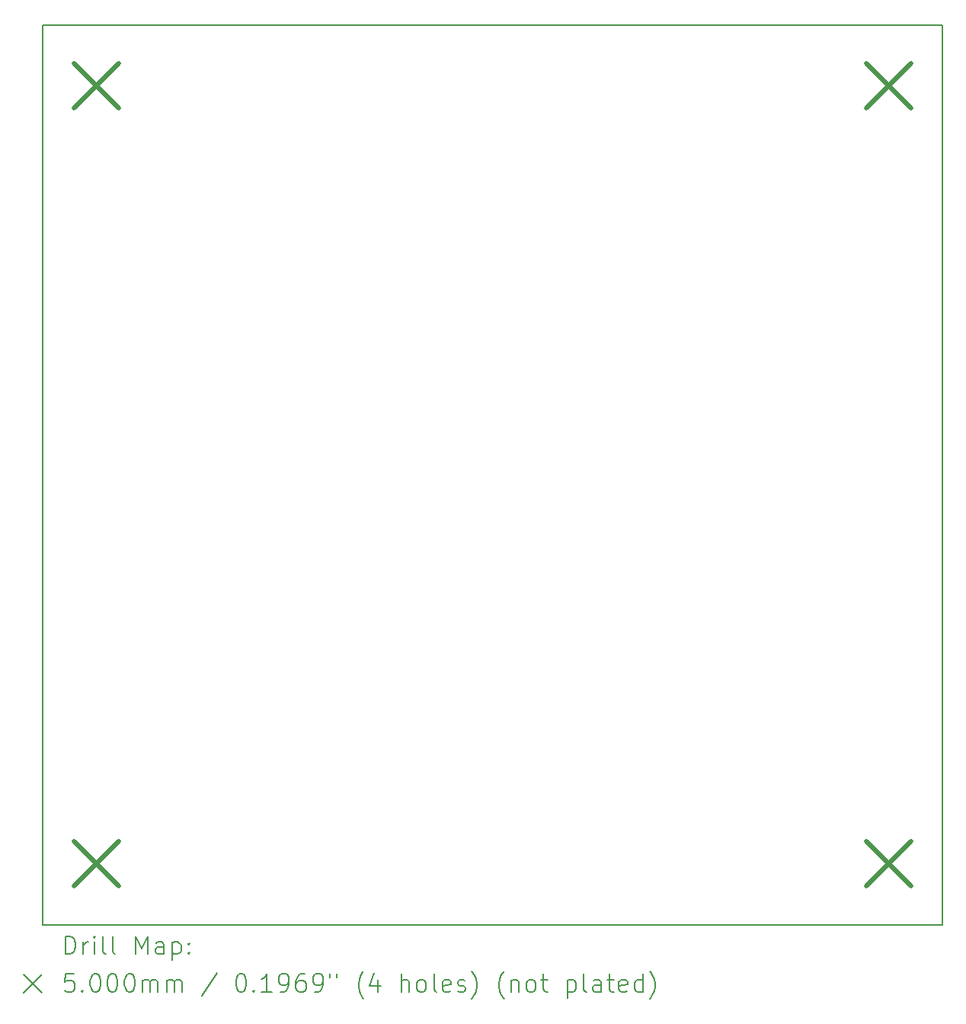
<source format=gbr>
%TF.GenerationSoftware,KiCad,Pcbnew,8.0.0*%
%TF.CreationDate,2024-04-09T16:31:28-05:00*%
%TF.ProjectId,MainBoardv2,4d61696e-426f-4617-9264-76322e6b6963,rev?*%
%TF.SameCoordinates,Original*%
%TF.FileFunction,Drillmap*%
%TF.FilePolarity,Positive*%
%FSLAX45Y45*%
G04 Gerber Fmt 4.5, Leading zero omitted, Abs format (unit mm)*
G04 Created by KiCad (PCBNEW 8.0.0) date 2024-04-09 16:31:28*
%MOMM*%
%LPD*%
G01*
G04 APERTURE LIST*
%ADD10C,0.200000*%
%ADD11C,0.500000*%
G04 APERTURE END LIST*
D10*
X9076500Y-4657000D02*
X19076500Y-4657000D01*
X19076500Y-14657000D01*
X9076500Y-14657000D01*
X9076500Y-4657000D01*
D11*
X9425000Y-5075000D02*
X9925000Y-5575000D01*
X9925000Y-5075000D02*
X9425000Y-5575000D01*
X9425000Y-13725000D02*
X9925000Y-14225000D01*
X9925000Y-13725000D02*
X9425000Y-14225000D01*
X18225000Y-5075000D02*
X18725000Y-5575000D01*
X18725000Y-5075000D02*
X18225000Y-5575000D01*
X18225000Y-13725000D02*
X18725000Y-14225000D01*
X18725000Y-13725000D02*
X18225000Y-14225000D01*
D10*
X9327277Y-14978484D02*
X9327277Y-14778484D01*
X9327277Y-14778484D02*
X9374896Y-14778484D01*
X9374896Y-14778484D02*
X9403467Y-14788008D01*
X9403467Y-14788008D02*
X9422515Y-14807055D01*
X9422515Y-14807055D02*
X9432039Y-14826103D01*
X9432039Y-14826103D02*
X9441563Y-14864198D01*
X9441563Y-14864198D02*
X9441563Y-14892769D01*
X9441563Y-14892769D02*
X9432039Y-14930865D01*
X9432039Y-14930865D02*
X9422515Y-14949912D01*
X9422515Y-14949912D02*
X9403467Y-14968960D01*
X9403467Y-14968960D02*
X9374896Y-14978484D01*
X9374896Y-14978484D02*
X9327277Y-14978484D01*
X9527277Y-14978484D02*
X9527277Y-14845150D01*
X9527277Y-14883246D02*
X9536801Y-14864198D01*
X9536801Y-14864198D02*
X9546324Y-14854674D01*
X9546324Y-14854674D02*
X9565372Y-14845150D01*
X9565372Y-14845150D02*
X9584420Y-14845150D01*
X9651086Y-14978484D02*
X9651086Y-14845150D01*
X9651086Y-14778484D02*
X9641563Y-14788008D01*
X9641563Y-14788008D02*
X9651086Y-14797531D01*
X9651086Y-14797531D02*
X9660610Y-14788008D01*
X9660610Y-14788008D02*
X9651086Y-14778484D01*
X9651086Y-14778484D02*
X9651086Y-14797531D01*
X9774896Y-14978484D02*
X9755848Y-14968960D01*
X9755848Y-14968960D02*
X9746324Y-14949912D01*
X9746324Y-14949912D02*
X9746324Y-14778484D01*
X9879658Y-14978484D02*
X9860610Y-14968960D01*
X9860610Y-14968960D02*
X9851086Y-14949912D01*
X9851086Y-14949912D02*
X9851086Y-14778484D01*
X10108229Y-14978484D02*
X10108229Y-14778484D01*
X10108229Y-14778484D02*
X10174896Y-14921341D01*
X10174896Y-14921341D02*
X10241563Y-14778484D01*
X10241563Y-14778484D02*
X10241563Y-14978484D01*
X10422515Y-14978484D02*
X10422515Y-14873722D01*
X10422515Y-14873722D02*
X10412991Y-14854674D01*
X10412991Y-14854674D02*
X10393944Y-14845150D01*
X10393944Y-14845150D02*
X10355848Y-14845150D01*
X10355848Y-14845150D02*
X10336801Y-14854674D01*
X10422515Y-14968960D02*
X10403467Y-14978484D01*
X10403467Y-14978484D02*
X10355848Y-14978484D01*
X10355848Y-14978484D02*
X10336801Y-14968960D01*
X10336801Y-14968960D02*
X10327277Y-14949912D01*
X10327277Y-14949912D02*
X10327277Y-14930865D01*
X10327277Y-14930865D02*
X10336801Y-14911817D01*
X10336801Y-14911817D02*
X10355848Y-14902293D01*
X10355848Y-14902293D02*
X10403467Y-14902293D01*
X10403467Y-14902293D02*
X10422515Y-14892769D01*
X10517753Y-14845150D02*
X10517753Y-15045150D01*
X10517753Y-14854674D02*
X10536801Y-14845150D01*
X10536801Y-14845150D02*
X10574896Y-14845150D01*
X10574896Y-14845150D02*
X10593944Y-14854674D01*
X10593944Y-14854674D02*
X10603467Y-14864198D01*
X10603467Y-14864198D02*
X10612991Y-14883246D01*
X10612991Y-14883246D02*
X10612991Y-14940388D01*
X10612991Y-14940388D02*
X10603467Y-14959436D01*
X10603467Y-14959436D02*
X10593944Y-14968960D01*
X10593944Y-14968960D02*
X10574896Y-14978484D01*
X10574896Y-14978484D02*
X10536801Y-14978484D01*
X10536801Y-14978484D02*
X10517753Y-14968960D01*
X10698705Y-14959436D02*
X10708229Y-14968960D01*
X10708229Y-14968960D02*
X10698705Y-14978484D01*
X10698705Y-14978484D02*
X10689182Y-14968960D01*
X10689182Y-14968960D02*
X10698705Y-14959436D01*
X10698705Y-14959436D02*
X10698705Y-14978484D01*
X10698705Y-14854674D02*
X10708229Y-14864198D01*
X10708229Y-14864198D02*
X10698705Y-14873722D01*
X10698705Y-14873722D02*
X10689182Y-14864198D01*
X10689182Y-14864198D02*
X10698705Y-14854674D01*
X10698705Y-14854674D02*
X10698705Y-14873722D01*
X8866500Y-15207000D02*
X9066500Y-15407000D01*
X9066500Y-15207000D02*
X8866500Y-15407000D01*
X9422515Y-15198484D02*
X9327277Y-15198484D01*
X9327277Y-15198484D02*
X9317753Y-15293722D01*
X9317753Y-15293722D02*
X9327277Y-15284198D01*
X9327277Y-15284198D02*
X9346324Y-15274674D01*
X9346324Y-15274674D02*
X9393944Y-15274674D01*
X9393944Y-15274674D02*
X9412991Y-15284198D01*
X9412991Y-15284198D02*
X9422515Y-15293722D01*
X9422515Y-15293722D02*
X9432039Y-15312769D01*
X9432039Y-15312769D02*
X9432039Y-15360388D01*
X9432039Y-15360388D02*
X9422515Y-15379436D01*
X9422515Y-15379436D02*
X9412991Y-15388960D01*
X9412991Y-15388960D02*
X9393944Y-15398484D01*
X9393944Y-15398484D02*
X9346324Y-15398484D01*
X9346324Y-15398484D02*
X9327277Y-15388960D01*
X9327277Y-15388960D02*
X9317753Y-15379436D01*
X9517753Y-15379436D02*
X9527277Y-15388960D01*
X9527277Y-15388960D02*
X9517753Y-15398484D01*
X9517753Y-15398484D02*
X9508229Y-15388960D01*
X9508229Y-15388960D02*
X9517753Y-15379436D01*
X9517753Y-15379436D02*
X9517753Y-15398484D01*
X9651086Y-15198484D02*
X9670134Y-15198484D01*
X9670134Y-15198484D02*
X9689182Y-15208008D01*
X9689182Y-15208008D02*
X9698705Y-15217531D01*
X9698705Y-15217531D02*
X9708229Y-15236579D01*
X9708229Y-15236579D02*
X9717753Y-15274674D01*
X9717753Y-15274674D02*
X9717753Y-15322293D01*
X9717753Y-15322293D02*
X9708229Y-15360388D01*
X9708229Y-15360388D02*
X9698705Y-15379436D01*
X9698705Y-15379436D02*
X9689182Y-15388960D01*
X9689182Y-15388960D02*
X9670134Y-15398484D01*
X9670134Y-15398484D02*
X9651086Y-15398484D01*
X9651086Y-15398484D02*
X9632039Y-15388960D01*
X9632039Y-15388960D02*
X9622515Y-15379436D01*
X9622515Y-15379436D02*
X9612991Y-15360388D01*
X9612991Y-15360388D02*
X9603467Y-15322293D01*
X9603467Y-15322293D02*
X9603467Y-15274674D01*
X9603467Y-15274674D02*
X9612991Y-15236579D01*
X9612991Y-15236579D02*
X9622515Y-15217531D01*
X9622515Y-15217531D02*
X9632039Y-15208008D01*
X9632039Y-15208008D02*
X9651086Y-15198484D01*
X9841563Y-15198484D02*
X9860610Y-15198484D01*
X9860610Y-15198484D02*
X9879658Y-15208008D01*
X9879658Y-15208008D02*
X9889182Y-15217531D01*
X9889182Y-15217531D02*
X9898705Y-15236579D01*
X9898705Y-15236579D02*
X9908229Y-15274674D01*
X9908229Y-15274674D02*
X9908229Y-15322293D01*
X9908229Y-15322293D02*
X9898705Y-15360388D01*
X9898705Y-15360388D02*
X9889182Y-15379436D01*
X9889182Y-15379436D02*
X9879658Y-15388960D01*
X9879658Y-15388960D02*
X9860610Y-15398484D01*
X9860610Y-15398484D02*
X9841563Y-15398484D01*
X9841563Y-15398484D02*
X9822515Y-15388960D01*
X9822515Y-15388960D02*
X9812991Y-15379436D01*
X9812991Y-15379436D02*
X9803467Y-15360388D01*
X9803467Y-15360388D02*
X9793944Y-15322293D01*
X9793944Y-15322293D02*
X9793944Y-15274674D01*
X9793944Y-15274674D02*
X9803467Y-15236579D01*
X9803467Y-15236579D02*
X9812991Y-15217531D01*
X9812991Y-15217531D02*
X9822515Y-15208008D01*
X9822515Y-15208008D02*
X9841563Y-15198484D01*
X10032039Y-15198484D02*
X10051086Y-15198484D01*
X10051086Y-15198484D02*
X10070134Y-15208008D01*
X10070134Y-15208008D02*
X10079658Y-15217531D01*
X10079658Y-15217531D02*
X10089182Y-15236579D01*
X10089182Y-15236579D02*
X10098705Y-15274674D01*
X10098705Y-15274674D02*
X10098705Y-15322293D01*
X10098705Y-15322293D02*
X10089182Y-15360388D01*
X10089182Y-15360388D02*
X10079658Y-15379436D01*
X10079658Y-15379436D02*
X10070134Y-15388960D01*
X10070134Y-15388960D02*
X10051086Y-15398484D01*
X10051086Y-15398484D02*
X10032039Y-15398484D01*
X10032039Y-15398484D02*
X10012991Y-15388960D01*
X10012991Y-15388960D02*
X10003467Y-15379436D01*
X10003467Y-15379436D02*
X9993944Y-15360388D01*
X9993944Y-15360388D02*
X9984420Y-15322293D01*
X9984420Y-15322293D02*
X9984420Y-15274674D01*
X9984420Y-15274674D02*
X9993944Y-15236579D01*
X9993944Y-15236579D02*
X10003467Y-15217531D01*
X10003467Y-15217531D02*
X10012991Y-15208008D01*
X10012991Y-15208008D02*
X10032039Y-15198484D01*
X10184420Y-15398484D02*
X10184420Y-15265150D01*
X10184420Y-15284198D02*
X10193944Y-15274674D01*
X10193944Y-15274674D02*
X10212991Y-15265150D01*
X10212991Y-15265150D02*
X10241563Y-15265150D01*
X10241563Y-15265150D02*
X10260610Y-15274674D01*
X10260610Y-15274674D02*
X10270134Y-15293722D01*
X10270134Y-15293722D02*
X10270134Y-15398484D01*
X10270134Y-15293722D02*
X10279658Y-15274674D01*
X10279658Y-15274674D02*
X10298705Y-15265150D01*
X10298705Y-15265150D02*
X10327277Y-15265150D01*
X10327277Y-15265150D02*
X10346325Y-15274674D01*
X10346325Y-15274674D02*
X10355848Y-15293722D01*
X10355848Y-15293722D02*
X10355848Y-15398484D01*
X10451086Y-15398484D02*
X10451086Y-15265150D01*
X10451086Y-15284198D02*
X10460610Y-15274674D01*
X10460610Y-15274674D02*
X10479658Y-15265150D01*
X10479658Y-15265150D02*
X10508229Y-15265150D01*
X10508229Y-15265150D02*
X10527277Y-15274674D01*
X10527277Y-15274674D02*
X10536801Y-15293722D01*
X10536801Y-15293722D02*
X10536801Y-15398484D01*
X10536801Y-15293722D02*
X10546325Y-15274674D01*
X10546325Y-15274674D02*
X10565372Y-15265150D01*
X10565372Y-15265150D02*
X10593944Y-15265150D01*
X10593944Y-15265150D02*
X10612991Y-15274674D01*
X10612991Y-15274674D02*
X10622515Y-15293722D01*
X10622515Y-15293722D02*
X10622515Y-15398484D01*
X11012991Y-15188960D02*
X10841563Y-15446103D01*
X11270134Y-15198484D02*
X11289182Y-15198484D01*
X11289182Y-15198484D02*
X11308229Y-15208008D01*
X11308229Y-15208008D02*
X11317753Y-15217531D01*
X11317753Y-15217531D02*
X11327277Y-15236579D01*
X11327277Y-15236579D02*
X11336801Y-15274674D01*
X11336801Y-15274674D02*
X11336801Y-15322293D01*
X11336801Y-15322293D02*
X11327277Y-15360388D01*
X11327277Y-15360388D02*
X11317753Y-15379436D01*
X11317753Y-15379436D02*
X11308229Y-15388960D01*
X11308229Y-15388960D02*
X11289182Y-15398484D01*
X11289182Y-15398484D02*
X11270134Y-15398484D01*
X11270134Y-15398484D02*
X11251086Y-15388960D01*
X11251086Y-15388960D02*
X11241563Y-15379436D01*
X11241563Y-15379436D02*
X11232039Y-15360388D01*
X11232039Y-15360388D02*
X11222515Y-15322293D01*
X11222515Y-15322293D02*
X11222515Y-15274674D01*
X11222515Y-15274674D02*
X11232039Y-15236579D01*
X11232039Y-15236579D02*
X11241563Y-15217531D01*
X11241563Y-15217531D02*
X11251086Y-15208008D01*
X11251086Y-15208008D02*
X11270134Y-15198484D01*
X11422515Y-15379436D02*
X11432039Y-15388960D01*
X11432039Y-15388960D02*
X11422515Y-15398484D01*
X11422515Y-15398484D02*
X11412991Y-15388960D01*
X11412991Y-15388960D02*
X11422515Y-15379436D01*
X11422515Y-15379436D02*
X11422515Y-15398484D01*
X11622515Y-15398484D02*
X11508229Y-15398484D01*
X11565372Y-15398484D02*
X11565372Y-15198484D01*
X11565372Y-15198484D02*
X11546325Y-15227055D01*
X11546325Y-15227055D02*
X11527277Y-15246103D01*
X11527277Y-15246103D02*
X11508229Y-15255627D01*
X11717753Y-15398484D02*
X11755848Y-15398484D01*
X11755848Y-15398484D02*
X11774896Y-15388960D01*
X11774896Y-15388960D02*
X11784420Y-15379436D01*
X11784420Y-15379436D02*
X11803467Y-15350865D01*
X11803467Y-15350865D02*
X11812991Y-15312769D01*
X11812991Y-15312769D02*
X11812991Y-15236579D01*
X11812991Y-15236579D02*
X11803467Y-15217531D01*
X11803467Y-15217531D02*
X11793944Y-15208008D01*
X11793944Y-15208008D02*
X11774896Y-15198484D01*
X11774896Y-15198484D02*
X11736801Y-15198484D01*
X11736801Y-15198484D02*
X11717753Y-15208008D01*
X11717753Y-15208008D02*
X11708229Y-15217531D01*
X11708229Y-15217531D02*
X11698706Y-15236579D01*
X11698706Y-15236579D02*
X11698706Y-15284198D01*
X11698706Y-15284198D02*
X11708229Y-15303246D01*
X11708229Y-15303246D02*
X11717753Y-15312769D01*
X11717753Y-15312769D02*
X11736801Y-15322293D01*
X11736801Y-15322293D02*
X11774896Y-15322293D01*
X11774896Y-15322293D02*
X11793944Y-15312769D01*
X11793944Y-15312769D02*
X11803467Y-15303246D01*
X11803467Y-15303246D02*
X11812991Y-15284198D01*
X11984420Y-15198484D02*
X11946325Y-15198484D01*
X11946325Y-15198484D02*
X11927277Y-15208008D01*
X11927277Y-15208008D02*
X11917753Y-15217531D01*
X11917753Y-15217531D02*
X11898706Y-15246103D01*
X11898706Y-15246103D02*
X11889182Y-15284198D01*
X11889182Y-15284198D02*
X11889182Y-15360388D01*
X11889182Y-15360388D02*
X11898706Y-15379436D01*
X11898706Y-15379436D02*
X11908229Y-15388960D01*
X11908229Y-15388960D02*
X11927277Y-15398484D01*
X11927277Y-15398484D02*
X11965372Y-15398484D01*
X11965372Y-15398484D02*
X11984420Y-15388960D01*
X11984420Y-15388960D02*
X11993944Y-15379436D01*
X11993944Y-15379436D02*
X12003467Y-15360388D01*
X12003467Y-15360388D02*
X12003467Y-15312769D01*
X12003467Y-15312769D02*
X11993944Y-15293722D01*
X11993944Y-15293722D02*
X11984420Y-15284198D01*
X11984420Y-15284198D02*
X11965372Y-15274674D01*
X11965372Y-15274674D02*
X11927277Y-15274674D01*
X11927277Y-15274674D02*
X11908229Y-15284198D01*
X11908229Y-15284198D02*
X11898706Y-15293722D01*
X11898706Y-15293722D02*
X11889182Y-15312769D01*
X12098706Y-15398484D02*
X12136801Y-15398484D01*
X12136801Y-15398484D02*
X12155848Y-15388960D01*
X12155848Y-15388960D02*
X12165372Y-15379436D01*
X12165372Y-15379436D02*
X12184420Y-15350865D01*
X12184420Y-15350865D02*
X12193944Y-15312769D01*
X12193944Y-15312769D02*
X12193944Y-15236579D01*
X12193944Y-15236579D02*
X12184420Y-15217531D01*
X12184420Y-15217531D02*
X12174896Y-15208008D01*
X12174896Y-15208008D02*
X12155848Y-15198484D01*
X12155848Y-15198484D02*
X12117753Y-15198484D01*
X12117753Y-15198484D02*
X12098706Y-15208008D01*
X12098706Y-15208008D02*
X12089182Y-15217531D01*
X12089182Y-15217531D02*
X12079658Y-15236579D01*
X12079658Y-15236579D02*
X12079658Y-15284198D01*
X12079658Y-15284198D02*
X12089182Y-15303246D01*
X12089182Y-15303246D02*
X12098706Y-15312769D01*
X12098706Y-15312769D02*
X12117753Y-15322293D01*
X12117753Y-15322293D02*
X12155848Y-15322293D01*
X12155848Y-15322293D02*
X12174896Y-15312769D01*
X12174896Y-15312769D02*
X12184420Y-15303246D01*
X12184420Y-15303246D02*
X12193944Y-15284198D01*
X12270134Y-15198484D02*
X12270134Y-15236579D01*
X12346325Y-15198484D02*
X12346325Y-15236579D01*
X12641563Y-15474674D02*
X12632039Y-15465150D01*
X12632039Y-15465150D02*
X12612991Y-15436579D01*
X12612991Y-15436579D02*
X12603468Y-15417531D01*
X12603468Y-15417531D02*
X12593944Y-15388960D01*
X12593944Y-15388960D02*
X12584420Y-15341341D01*
X12584420Y-15341341D02*
X12584420Y-15303246D01*
X12584420Y-15303246D02*
X12593944Y-15255627D01*
X12593944Y-15255627D02*
X12603468Y-15227055D01*
X12603468Y-15227055D02*
X12612991Y-15208008D01*
X12612991Y-15208008D02*
X12632039Y-15179436D01*
X12632039Y-15179436D02*
X12641563Y-15169912D01*
X12803468Y-15265150D02*
X12803468Y-15398484D01*
X12755848Y-15188960D02*
X12708229Y-15331817D01*
X12708229Y-15331817D02*
X12832039Y-15331817D01*
X13060610Y-15398484D02*
X13060610Y-15198484D01*
X13146325Y-15398484D02*
X13146325Y-15293722D01*
X13146325Y-15293722D02*
X13136801Y-15274674D01*
X13136801Y-15274674D02*
X13117753Y-15265150D01*
X13117753Y-15265150D02*
X13089182Y-15265150D01*
X13089182Y-15265150D02*
X13070134Y-15274674D01*
X13070134Y-15274674D02*
X13060610Y-15284198D01*
X13270134Y-15398484D02*
X13251087Y-15388960D01*
X13251087Y-15388960D02*
X13241563Y-15379436D01*
X13241563Y-15379436D02*
X13232039Y-15360388D01*
X13232039Y-15360388D02*
X13232039Y-15303246D01*
X13232039Y-15303246D02*
X13241563Y-15284198D01*
X13241563Y-15284198D02*
X13251087Y-15274674D01*
X13251087Y-15274674D02*
X13270134Y-15265150D01*
X13270134Y-15265150D02*
X13298706Y-15265150D01*
X13298706Y-15265150D02*
X13317753Y-15274674D01*
X13317753Y-15274674D02*
X13327277Y-15284198D01*
X13327277Y-15284198D02*
X13336801Y-15303246D01*
X13336801Y-15303246D02*
X13336801Y-15360388D01*
X13336801Y-15360388D02*
X13327277Y-15379436D01*
X13327277Y-15379436D02*
X13317753Y-15388960D01*
X13317753Y-15388960D02*
X13298706Y-15398484D01*
X13298706Y-15398484D02*
X13270134Y-15398484D01*
X13451087Y-15398484D02*
X13432039Y-15388960D01*
X13432039Y-15388960D02*
X13422515Y-15369912D01*
X13422515Y-15369912D02*
X13422515Y-15198484D01*
X13603468Y-15388960D02*
X13584420Y-15398484D01*
X13584420Y-15398484D02*
X13546325Y-15398484D01*
X13546325Y-15398484D02*
X13527277Y-15388960D01*
X13527277Y-15388960D02*
X13517753Y-15369912D01*
X13517753Y-15369912D02*
X13517753Y-15293722D01*
X13517753Y-15293722D02*
X13527277Y-15274674D01*
X13527277Y-15274674D02*
X13546325Y-15265150D01*
X13546325Y-15265150D02*
X13584420Y-15265150D01*
X13584420Y-15265150D02*
X13603468Y-15274674D01*
X13603468Y-15274674D02*
X13612991Y-15293722D01*
X13612991Y-15293722D02*
X13612991Y-15312769D01*
X13612991Y-15312769D02*
X13517753Y-15331817D01*
X13689182Y-15388960D02*
X13708230Y-15398484D01*
X13708230Y-15398484D02*
X13746325Y-15398484D01*
X13746325Y-15398484D02*
X13765372Y-15388960D01*
X13765372Y-15388960D02*
X13774896Y-15369912D01*
X13774896Y-15369912D02*
X13774896Y-15360388D01*
X13774896Y-15360388D02*
X13765372Y-15341341D01*
X13765372Y-15341341D02*
X13746325Y-15331817D01*
X13746325Y-15331817D02*
X13717753Y-15331817D01*
X13717753Y-15331817D02*
X13698706Y-15322293D01*
X13698706Y-15322293D02*
X13689182Y-15303246D01*
X13689182Y-15303246D02*
X13689182Y-15293722D01*
X13689182Y-15293722D02*
X13698706Y-15274674D01*
X13698706Y-15274674D02*
X13717753Y-15265150D01*
X13717753Y-15265150D02*
X13746325Y-15265150D01*
X13746325Y-15265150D02*
X13765372Y-15274674D01*
X13841563Y-15474674D02*
X13851087Y-15465150D01*
X13851087Y-15465150D02*
X13870134Y-15436579D01*
X13870134Y-15436579D02*
X13879658Y-15417531D01*
X13879658Y-15417531D02*
X13889182Y-15388960D01*
X13889182Y-15388960D02*
X13898706Y-15341341D01*
X13898706Y-15341341D02*
X13898706Y-15303246D01*
X13898706Y-15303246D02*
X13889182Y-15255627D01*
X13889182Y-15255627D02*
X13879658Y-15227055D01*
X13879658Y-15227055D02*
X13870134Y-15208008D01*
X13870134Y-15208008D02*
X13851087Y-15179436D01*
X13851087Y-15179436D02*
X13841563Y-15169912D01*
X14203468Y-15474674D02*
X14193944Y-15465150D01*
X14193944Y-15465150D02*
X14174896Y-15436579D01*
X14174896Y-15436579D02*
X14165372Y-15417531D01*
X14165372Y-15417531D02*
X14155849Y-15388960D01*
X14155849Y-15388960D02*
X14146325Y-15341341D01*
X14146325Y-15341341D02*
X14146325Y-15303246D01*
X14146325Y-15303246D02*
X14155849Y-15255627D01*
X14155849Y-15255627D02*
X14165372Y-15227055D01*
X14165372Y-15227055D02*
X14174896Y-15208008D01*
X14174896Y-15208008D02*
X14193944Y-15179436D01*
X14193944Y-15179436D02*
X14203468Y-15169912D01*
X14279658Y-15265150D02*
X14279658Y-15398484D01*
X14279658Y-15284198D02*
X14289182Y-15274674D01*
X14289182Y-15274674D02*
X14308230Y-15265150D01*
X14308230Y-15265150D02*
X14336801Y-15265150D01*
X14336801Y-15265150D02*
X14355849Y-15274674D01*
X14355849Y-15274674D02*
X14365372Y-15293722D01*
X14365372Y-15293722D02*
X14365372Y-15398484D01*
X14489182Y-15398484D02*
X14470134Y-15388960D01*
X14470134Y-15388960D02*
X14460611Y-15379436D01*
X14460611Y-15379436D02*
X14451087Y-15360388D01*
X14451087Y-15360388D02*
X14451087Y-15303246D01*
X14451087Y-15303246D02*
X14460611Y-15284198D01*
X14460611Y-15284198D02*
X14470134Y-15274674D01*
X14470134Y-15274674D02*
X14489182Y-15265150D01*
X14489182Y-15265150D02*
X14517753Y-15265150D01*
X14517753Y-15265150D02*
X14536801Y-15274674D01*
X14536801Y-15274674D02*
X14546325Y-15284198D01*
X14546325Y-15284198D02*
X14555849Y-15303246D01*
X14555849Y-15303246D02*
X14555849Y-15360388D01*
X14555849Y-15360388D02*
X14546325Y-15379436D01*
X14546325Y-15379436D02*
X14536801Y-15388960D01*
X14536801Y-15388960D02*
X14517753Y-15398484D01*
X14517753Y-15398484D02*
X14489182Y-15398484D01*
X14612992Y-15265150D02*
X14689182Y-15265150D01*
X14641563Y-15198484D02*
X14641563Y-15369912D01*
X14641563Y-15369912D02*
X14651087Y-15388960D01*
X14651087Y-15388960D02*
X14670134Y-15398484D01*
X14670134Y-15398484D02*
X14689182Y-15398484D01*
X14908230Y-15265150D02*
X14908230Y-15465150D01*
X14908230Y-15274674D02*
X14927277Y-15265150D01*
X14927277Y-15265150D02*
X14965373Y-15265150D01*
X14965373Y-15265150D02*
X14984420Y-15274674D01*
X14984420Y-15274674D02*
X14993944Y-15284198D01*
X14993944Y-15284198D02*
X15003468Y-15303246D01*
X15003468Y-15303246D02*
X15003468Y-15360388D01*
X15003468Y-15360388D02*
X14993944Y-15379436D01*
X14993944Y-15379436D02*
X14984420Y-15388960D01*
X14984420Y-15388960D02*
X14965373Y-15398484D01*
X14965373Y-15398484D02*
X14927277Y-15398484D01*
X14927277Y-15398484D02*
X14908230Y-15388960D01*
X15117753Y-15398484D02*
X15098706Y-15388960D01*
X15098706Y-15388960D02*
X15089182Y-15369912D01*
X15089182Y-15369912D02*
X15089182Y-15198484D01*
X15279658Y-15398484D02*
X15279658Y-15293722D01*
X15279658Y-15293722D02*
X15270134Y-15274674D01*
X15270134Y-15274674D02*
X15251087Y-15265150D01*
X15251087Y-15265150D02*
X15212992Y-15265150D01*
X15212992Y-15265150D02*
X15193944Y-15274674D01*
X15279658Y-15388960D02*
X15260611Y-15398484D01*
X15260611Y-15398484D02*
X15212992Y-15398484D01*
X15212992Y-15398484D02*
X15193944Y-15388960D01*
X15193944Y-15388960D02*
X15184420Y-15369912D01*
X15184420Y-15369912D02*
X15184420Y-15350865D01*
X15184420Y-15350865D02*
X15193944Y-15331817D01*
X15193944Y-15331817D02*
X15212992Y-15322293D01*
X15212992Y-15322293D02*
X15260611Y-15322293D01*
X15260611Y-15322293D02*
X15279658Y-15312769D01*
X15346325Y-15265150D02*
X15422515Y-15265150D01*
X15374896Y-15198484D02*
X15374896Y-15369912D01*
X15374896Y-15369912D02*
X15384420Y-15388960D01*
X15384420Y-15388960D02*
X15403468Y-15398484D01*
X15403468Y-15398484D02*
X15422515Y-15398484D01*
X15565373Y-15388960D02*
X15546325Y-15398484D01*
X15546325Y-15398484D02*
X15508230Y-15398484D01*
X15508230Y-15398484D02*
X15489182Y-15388960D01*
X15489182Y-15388960D02*
X15479658Y-15369912D01*
X15479658Y-15369912D02*
X15479658Y-15293722D01*
X15479658Y-15293722D02*
X15489182Y-15274674D01*
X15489182Y-15274674D02*
X15508230Y-15265150D01*
X15508230Y-15265150D02*
X15546325Y-15265150D01*
X15546325Y-15265150D02*
X15565373Y-15274674D01*
X15565373Y-15274674D02*
X15574896Y-15293722D01*
X15574896Y-15293722D02*
X15574896Y-15312769D01*
X15574896Y-15312769D02*
X15479658Y-15331817D01*
X15746325Y-15398484D02*
X15746325Y-15198484D01*
X15746325Y-15388960D02*
X15727277Y-15398484D01*
X15727277Y-15398484D02*
X15689182Y-15398484D01*
X15689182Y-15398484D02*
X15670134Y-15388960D01*
X15670134Y-15388960D02*
X15660611Y-15379436D01*
X15660611Y-15379436D02*
X15651087Y-15360388D01*
X15651087Y-15360388D02*
X15651087Y-15303246D01*
X15651087Y-15303246D02*
X15660611Y-15284198D01*
X15660611Y-15284198D02*
X15670134Y-15274674D01*
X15670134Y-15274674D02*
X15689182Y-15265150D01*
X15689182Y-15265150D02*
X15727277Y-15265150D01*
X15727277Y-15265150D02*
X15746325Y-15274674D01*
X15822515Y-15474674D02*
X15832039Y-15465150D01*
X15832039Y-15465150D02*
X15851087Y-15436579D01*
X15851087Y-15436579D02*
X15860611Y-15417531D01*
X15860611Y-15417531D02*
X15870134Y-15388960D01*
X15870134Y-15388960D02*
X15879658Y-15341341D01*
X15879658Y-15341341D02*
X15879658Y-15303246D01*
X15879658Y-15303246D02*
X15870134Y-15255627D01*
X15870134Y-15255627D02*
X15860611Y-15227055D01*
X15860611Y-15227055D02*
X15851087Y-15208008D01*
X15851087Y-15208008D02*
X15832039Y-15179436D01*
X15832039Y-15179436D02*
X15822515Y-15169912D01*
M02*

</source>
